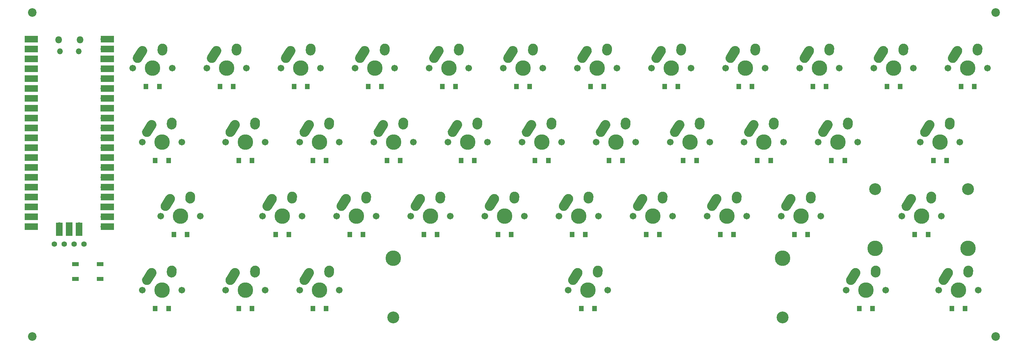
<source format=gbs>
%TF.GenerationSoftware,KiCad,Pcbnew,(5.1.10)-1*%
%TF.CreationDate,2022-03-22T21:52:09-04:00*%
%TF.ProjectId,Keeber40,4b656562-6572-4343-902e-6b696361645f,rev?*%
%TF.SameCoordinates,Original*%
%TF.FileFunction,Soldermask,Bot*%
%TF.FilePolarity,Negative*%
%FSLAX46Y46*%
G04 Gerber Fmt 4.6, Leading zero omitted, Abs format (unit mm)*
G04 Created by KiCad (PCBNEW (5.1.10)-1) date 2022-03-22 21:52:09*
%MOMM*%
%LPD*%
G01*
G04 APERTURE LIST*
%ADD10C,3.987800*%
%ADD11C,1.701800*%
%ADD12C,3.048000*%
%ADD13C,2.200000*%
%ADD14O,1.700000X1.700000*%
%ADD15R,1.700000X1.700000*%
%ADD16R,3.500000X1.700000*%
%ADD17O,1.800000X1.800000*%
%ADD18O,1.500000X1.500000*%
%ADD19R,1.700000X3.500000*%
%ADD20R,1.200000X1.400000*%
%ADD21C,1.397000*%
%ADD22R,1.700000X1.000000*%
G04 APERTURE END LIST*
D10*
%TO.C,K36*%
X259529000Y-123812000D03*
D11*
X254449000Y-123812000D03*
X264609000Y-123812000D03*
D12*
X247591000Y-116827000D03*
X271467000Y-116827000D03*
D10*
X247591000Y-132067000D03*
X271467000Y-132067000D03*
G36*
G01*
X254615299Y-120569190D02*
X255824223Y-118671560D01*
G75*
G02*
X257550087Y-118288946I1054239J-671625D01*
G01*
X257550087Y-118288946D01*
G75*
G02*
X257932701Y-120014810I-671625J-1054239D01*
G01*
X256723777Y-121912440D01*
G75*
G02*
X254997913Y-122295054I-1054239J671625D01*
G01*
X254997913Y-122295054D01*
G75*
G02*
X254615299Y-120569190I671625J1054239D01*
G01*
G37*
G36*
G01*
X260782171Y-119226309D02*
X260821619Y-118647653D01*
G75*
G02*
X262153743Y-117485567I1247105J-85019D01*
G01*
X262153743Y-117485567D01*
G75*
G02*
X263315829Y-118817691I-85019J-1247105D01*
G01*
X263276381Y-119396347D01*
G75*
G02*
X261944257Y-120558433I-1247105J85019D01*
G01*
X261944257Y-120558433D01*
G75*
G02*
X260782171Y-119226309I85019J1247105D01*
G01*
G37*
%TD*%
%TO.C,K21*%
G36*
G01*
X177447171Y-81130309D02*
X177486619Y-80551653D01*
G75*
G02*
X178818743Y-79389567I1247105J-85019D01*
G01*
X178818743Y-79389567D01*
G75*
G02*
X179980829Y-80721691I-85019J-1247105D01*
G01*
X179941381Y-81300347D01*
G75*
G02*
X178609257Y-82462433I-1247105J85019D01*
G01*
X178609257Y-82462433D01*
G75*
G02*
X177447171Y-81130309I85019J1247105D01*
G01*
G37*
G36*
G01*
X171280299Y-82473190D02*
X172489223Y-80575560D01*
G75*
G02*
X174215087Y-80192946I1054239J-671625D01*
G01*
X174215087Y-80192946D01*
G75*
G02*
X174597701Y-81918810I-671625J-1054239D01*
G01*
X173388777Y-83816440D01*
G75*
G02*
X171662913Y-84199054I-1054239J671625D01*
G01*
X171662913Y-84199054D01*
G75*
G02*
X171280299Y-82473190I671625J1054239D01*
G01*
G37*
D11*
X181274000Y-85716000D03*
X171114000Y-85716000D03*
D10*
X176194000Y-85716000D03*
%TD*%
D13*
%TO.C,M2*%
X30953000Y-71430000D03*
%TD*%
%TO.C,M2*%
X30953000Y-154765000D03*
%TD*%
%TO.C,M2*%
X278577000Y-154765000D03*
%TD*%
%TO.C,M2*%
X278577000Y-71430000D03*
%TD*%
D14*
%TO.C,PicOwo*%
X49367000Y-78253000D03*
X49367000Y-80793000D03*
D15*
X49367000Y-83333000D03*
D14*
X49367000Y-85873000D03*
X49367000Y-88413000D03*
X49367000Y-90953000D03*
X49367000Y-93493000D03*
D15*
X49367000Y-96033000D03*
D14*
X49367000Y-98573000D03*
X49367000Y-101113000D03*
X49367000Y-103653000D03*
X49367000Y-106193000D03*
D15*
X49367000Y-108733000D03*
D14*
X49367000Y-111273000D03*
X49367000Y-113813000D03*
X49367000Y-116353000D03*
X49367000Y-118893000D03*
D15*
X49367000Y-121433000D03*
D14*
X49367000Y-123973000D03*
X49367000Y-126513000D03*
X31587000Y-126513000D03*
X31587000Y-123973000D03*
D15*
X31587000Y-121433000D03*
D14*
X31587000Y-118893000D03*
X31587000Y-116353000D03*
X31587000Y-113813000D03*
X31587000Y-111273000D03*
D15*
X31587000Y-108733000D03*
D14*
X31587000Y-106193000D03*
X31587000Y-103653000D03*
X31587000Y-101113000D03*
X31587000Y-98573000D03*
D15*
X31587000Y-96033000D03*
D14*
X31587000Y-93493000D03*
X31587000Y-90953000D03*
X31587000Y-88413000D03*
X31587000Y-85873000D03*
D15*
X31587000Y-83333000D03*
D14*
X31587000Y-80793000D03*
X31587000Y-78253000D03*
D16*
X50267000Y-78253000D03*
X50267000Y-80793000D03*
X50267000Y-83333000D03*
X50267000Y-85873000D03*
X50267000Y-88413000D03*
X50267000Y-90953000D03*
X50267000Y-93493000D03*
X50267000Y-96033000D03*
X50267000Y-98573000D03*
X50267000Y-101113000D03*
X50267000Y-103653000D03*
X50267000Y-106193000D03*
X50267000Y-108733000D03*
X50267000Y-111273000D03*
X50267000Y-113813000D03*
X50267000Y-116353000D03*
X50267000Y-118893000D03*
X50267000Y-121433000D03*
X50267000Y-123973000D03*
X50267000Y-126513000D03*
X30687000Y-78253000D03*
X30687000Y-80793000D03*
X30687000Y-83333000D03*
X30687000Y-85873000D03*
X30687000Y-88413000D03*
X30687000Y-90953000D03*
X30687000Y-93493000D03*
X30687000Y-96033000D03*
X30687000Y-98573000D03*
X30687000Y-101113000D03*
X30687000Y-103653000D03*
X30687000Y-106193000D03*
X30687000Y-108733000D03*
X30687000Y-111273000D03*
X30687000Y-113813000D03*
X30687000Y-116353000D03*
X30687000Y-118893000D03*
X30687000Y-121433000D03*
X30687000Y-123973000D03*
X30687000Y-126513000D03*
D17*
X43202000Y-78383000D03*
X37752000Y-78383000D03*
D18*
X42902000Y-81413000D03*
X38052000Y-81413000D03*
D19*
X43017000Y-127183000D03*
D14*
X43017000Y-126283000D03*
D19*
X40477000Y-127183000D03*
D15*
X40477000Y-126283000D03*
D19*
X37937000Y-127183000D03*
D14*
X37937000Y-126283000D03*
%TD*%
D10*
%TO.C,K24*%
X173813000Y-142860000D03*
D11*
X168733000Y-142860000D03*
X178893000Y-142860000D03*
D12*
X223851000Y-149845000D03*
X123775000Y-149845000D03*
D10*
X223851000Y-134605000D03*
X123775000Y-134605000D03*
G36*
G01*
X168899299Y-139617190D02*
X170108223Y-137719560D01*
G75*
G02*
X171834087Y-137336946I1054239J-671625D01*
G01*
X171834087Y-137336946D01*
G75*
G02*
X172216701Y-139062810I-671625J-1054239D01*
G01*
X171007777Y-140960440D01*
G75*
G02*
X169281913Y-141343054I-1054239J671625D01*
G01*
X169281913Y-141343054D01*
G75*
G02*
X168899299Y-139617190I671625J1054239D01*
G01*
G37*
G36*
G01*
X175066171Y-138274309D02*
X175105619Y-137695653D01*
G75*
G02*
X176437743Y-136533567I1247105J-85019D01*
G01*
X176437743Y-136533567D01*
G75*
G02*
X177599829Y-137865691I-85019J-1247105D01*
G01*
X177560381Y-138444347D01*
G75*
G02*
X176228257Y-139606433I-1247105J85019D01*
G01*
X176228257Y-139606433D01*
G75*
G02*
X175066171Y-138274309I85019J1247105D01*
G01*
G37*
%TD*%
D20*
%TO.C,D1*%
X63606000Y-90478000D03*
X60206000Y-90478000D03*
%TD*%
%TO.C,D2*%
X65987000Y-109526000D03*
X62587000Y-109526000D03*
%TD*%
%TO.C,D3*%
X70749000Y-128574000D03*
X67349000Y-128574000D03*
%TD*%
%TO.C,D4*%
X62587000Y-147622000D03*
X65987000Y-147622000D03*
%TD*%
%TO.C,D5*%
X79254000Y-90478000D03*
X82654000Y-90478000D03*
%TD*%
%TO.C,D6*%
X84016000Y-109526000D03*
X87416000Y-109526000D03*
%TD*%
%TO.C,D7*%
X87416000Y-147622000D03*
X84016000Y-147622000D03*
%TD*%
%TO.C,D8*%
X101702000Y-90478000D03*
X98302000Y-90478000D03*
%TD*%
%TO.C,D9*%
X106464000Y-109526000D03*
X103064000Y-109526000D03*
%TD*%
%TO.C,D10*%
X93540000Y-128574000D03*
X96940000Y-128574000D03*
%TD*%
%TO.C,D11*%
X103064000Y-147622000D03*
X106464000Y-147622000D03*
%TD*%
%TO.C,D12*%
X117350000Y-90478000D03*
X120750000Y-90478000D03*
%TD*%
%TO.C,D13*%
X122112000Y-109526000D03*
X125512000Y-109526000D03*
%TD*%
%TO.C,D14*%
X115988000Y-128574000D03*
X112588000Y-128574000D03*
%TD*%
%TO.C,D15*%
X139798000Y-90478000D03*
X136398000Y-90478000D03*
%TD*%
%TO.C,D16*%
X144560000Y-109526000D03*
X141160000Y-109526000D03*
%TD*%
%TO.C,D17*%
X135036000Y-128574000D03*
X131636000Y-128574000D03*
%TD*%
%TO.C,D18*%
X155446000Y-90478000D03*
X158846000Y-90478000D03*
%TD*%
%TO.C,D19*%
X160208000Y-109526000D03*
X163608000Y-109526000D03*
%TD*%
%TO.C,D20*%
X150684000Y-128574000D03*
X154084000Y-128574000D03*
%TD*%
%TO.C,D21*%
X177894000Y-90478000D03*
X174494000Y-90478000D03*
%TD*%
%TO.C,D22*%
X179256000Y-109526000D03*
X182656000Y-109526000D03*
%TD*%
%TO.C,D23*%
X169732000Y-128574000D03*
X173132000Y-128574000D03*
%TD*%
%TO.C,D24*%
X175513000Y-147622000D03*
X172113000Y-147622000D03*
%TD*%
%TO.C,D25*%
X193542000Y-90478000D03*
X196942000Y-90478000D03*
%TD*%
%TO.C,D26*%
X201704000Y-109526000D03*
X198304000Y-109526000D03*
%TD*%
%TO.C,D27*%
X192180000Y-128574000D03*
X188780000Y-128574000D03*
%TD*%
%TO.C,D28*%
X215990000Y-90478000D03*
X212590000Y-90478000D03*
%TD*%
%TO.C,D29*%
X217352000Y-109526000D03*
X220752000Y-109526000D03*
%TD*%
%TO.C,D30*%
X207828000Y-128574000D03*
X211228000Y-128574000D03*
%TD*%
%TO.C,D31*%
X231638000Y-90478000D03*
X235038000Y-90478000D03*
%TD*%
%TO.C,D32*%
X239800000Y-109526000D03*
X236400000Y-109526000D03*
%TD*%
%TO.C,D33*%
X230276000Y-128574000D03*
X226876000Y-128574000D03*
%TD*%
%TO.C,D34*%
X254086000Y-90478000D03*
X250686000Y-90478000D03*
%TD*%
%TO.C,D35*%
X265991000Y-109526000D03*
X262591000Y-109526000D03*
%TD*%
%TO.C,D36*%
X257829000Y-128574000D03*
X261229000Y-128574000D03*
%TD*%
%TO.C,D37*%
X243543000Y-147622000D03*
X246943000Y-147622000D03*
%TD*%
%TO.C,D38*%
X269734000Y-90478000D03*
X273134000Y-90478000D03*
%TD*%
%TO.C,D39*%
X267353000Y-147622000D03*
X270753000Y-147622000D03*
%TD*%
D10*
%TO.C,K1*%
X61906000Y-85716000D03*
D11*
X56826000Y-85716000D03*
X66986000Y-85716000D03*
G36*
G01*
X56992299Y-82473190D02*
X58201223Y-80575560D01*
G75*
G02*
X59927087Y-80192946I1054239J-671625D01*
G01*
X59927087Y-80192946D01*
G75*
G02*
X60309701Y-81918810I-671625J-1054239D01*
G01*
X59100777Y-83816440D01*
G75*
G02*
X57374913Y-84199054I-1054239J671625D01*
G01*
X57374913Y-84199054D01*
G75*
G02*
X56992299Y-82473190I671625J1054239D01*
G01*
G37*
G36*
G01*
X63159171Y-81130309D02*
X63198619Y-80551653D01*
G75*
G02*
X64530743Y-79389567I1247105J-85019D01*
G01*
X64530743Y-79389567D01*
G75*
G02*
X65692829Y-80721691I-85019J-1247105D01*
G01*
X65653381Y-81300347D01*
G75*
G02*
X64321257Y-82462433I-1247105J85019D01*
G01*
X64321257Y-82462433D01*
G75*
G02*
X63159171Y-81130309I85019J1247105D01*
G01*
G37*
%TD*%
%TO.C,K2*%
G36*
G01*
X65540171Y-100178309D02*
X65579619Y-99599653D01*
G75*
G02*
X66911743Y-98437567I1247105J-85019D01*
G01*
X66911743Y-98437567D01*
G75*
G02*
X68073829Y-99769691I-85019J-1247105D01*
G01*
X68034381Y-100348347D01*
G75*
G02*
X66702257Y-101510433I-1247105J85019D01*
G01*
X66702257Y-101510433D01*
G75*
G02*
X65540171Y-100178309I85019J1247105D01*
G01*
G37*
G36*
G01*
X59373299Y-101521190D02*
X60582223Y-99623560D01*
G75*
G02*
X62308087Y-99240946I1054239J-671625D01*
G01*
X62308087Y-99240946D01*
G75*
G02*
X62690701Y-100966810I-671625J-1054239D01*
G01*
X61481777Y-102864440D01*
G75*
G02*
X59755913Y-103247054I-1054239J671625D01*
G01*
X59755913Y-103247054D01*
G75*
G02*
X59373299Y-101521190I671625J1054239D01*
G01*
G37*
X69367000Y-104764000D03*
X59207000Y-104764000D03*
D10*
X64287000Y-104764000D03*
%TD*%
%TO.C,K3*%
X69049000Y-123812000D03*
D11*
X63969000Y-123812000D03*
X74129000Y-123812000D03*
G36*
G01*
X64135299Y-120569190D02*
X65344223Y-118671560D01*
G75*
G02*
X67070087Y-118288946I1054239J-671625D01*
G01*
X67070087Y-118288946D01*
G75*
G02*
X67452701Y-120014810I-671625J-1054239D01*
G01*
X66243777Y-121912440D01*
G75*
G02*
X64517913Y-122295054I-1054239J671625D01*
G01*
X64517913Y-122295054D01*
G75*
G02*
X64135299Y-120569190I671625J1054239D01*
G01*
G37*
G36*
G01*
X70302171Y-119226309D02*
X70341619Y-118647653D01*
G75*
G02*
X71673743Y-117485567I1247105J-85019D01*
G01*
X71673743Y-117485567D01*
G75*
G02*
X72835829Y-118817691I-85019J-1247105D01*
G01*
X72796381Y-119396347D01*
G75*
G02*
X71464257Y-120558433I-1247105J85019D01*
G01*
X71464257Y-120558433D01*
G75*
G02*
X70302171Y-119226309I85019J1247105D01*
G01*
G37*
%TD*%
D10*
%TO.C,K4*%
X64287000Y-142860000D03*
D11*
X59207000Y-142860000D03*
X69367000Y-142860000D03*
G36*
G01*
X59373299Y-139617190D02*
X60582223Y-137719560D01*
G75*
G02*
X62308087Y-137336946I1054239J-671625D01*
G01*
X62308087Y-137336946D01*
G75*
G02*
X62690701Y-139062810I-671625J-1054239D01*
G01*
X61481777Y-140960440D01*
G75*
G02*
X59755913Y-141343054I-1054239J671625D01*
G01*
X59755913Y-141343054D01*
G75*
G02*
X59373299Y-139617190I671625J1054239D01*
G01*
G37*
G36*
G01*
X65540171Y-138274309D02*
X65579619Y-137695653D01*
G75*
G02*
X66911743Y-136533567I1247105J-85019D01*
G01*
X66911743Y-136533567D01*
G75*
G02*
X68073829Y-137865691I-85019J-1247105D01*
G01*
X68034381Y-138444347D01*
G75*
G02*
X66702257Y-139606433I-1247105J85019D01*
G01*
X66702257Y-139606433D01*
G75*
G02*
X65540171Y-138274309I85019J1247105D01*
G01*
G37*
%TD*%
D10*
%TO.C,K5*%
X80954000Y-85716000D03*
D11*
X75874000Y-85716000D03*
X86034000Y-85716000D03*
G36*
G01*
X76040299Y-82473190D02*
X77249223Y-80575560D01*
G75*
G02*
X78975087Y-80192946I1054239J-671625D01*
G01*
X78975087Y-80192946D01*
G75*
G02*
X79357701Y-81918810I-671625J-1054239D01*
G01*
X78148777Y-83816440D01*
G75*
G02*
X76422913Y-84199054I-1054239J671625D01*
G01*
X76422913Y-84199054D01*
G75*
G02*
X76040299Y-82473190I671625J1054239D01*
G01*
G37*
G36*
G01*
X82207171Y-81130309D02*
X82246619Y-80551653D01*
G75*
G02*
X83578743Y-79389567I1247105J-85019D01*
G01*
X83578743Y-79389567D01*
G75*
G02*
X84740829Y-80721691I-85019J-1247105D01*
G01*
X84701381Y-81300347D01*
G75*
G02*
X83369257Y-82462433I-1247105J85019D01*
G01*
X83369257Y-82462433D01*
G75*
G02*
X82207171Y-81130309I85019J1247105D01*
G01*
G37*
%TD*%
D10*
%TO.C,K6*%
X85716000Y-104764000D03*
D11*
X80636000Y-104764000D03*
X90796000Y-104764000D03*
G36*
G01*
X80802299Y-101521190D02*
X82011223Y-99623560D01*
G75*
G02*
X83737087Y-99240946I1054239J-671625D01*
G01*
X83737087Y-99240946D01*
G75*
G02*
X84119701Y-100966810I-671625J-1054239D01*
G01*
X82910777Y-102864440D01*
G75*
G02*
X81184913Y-103247054I-1054239J671625D01*
G01*
X81184913Y-103247054D01*
G75*
G02*
X80802299Y-101521190I671625J1054239D01*
G01*
G37*
G36*
G01*
X86969171Y-100178309D02*
X87008619Y-99599653D01*
G75*
G02*
X88340743Y-98437567I1247105J-85019D01*
G01*
X88340743Y-98437567D01*
G75*
G02*
X89502829Y-99769691I-85019J-1247105D01*
G01*
X89463381Y-100348347D01*
G75*
G02*
X88131257Y-101510433I-1247105J85019D01*
G01*
X88131257Y-101510433D01*
G75*
G02*
X86969171Y-100178309I85019J1247105D01*
G01*
G37*
%TD*%
%TO.C,K7*%
G36*
G01*
X86969171Y-138274309D02*
X87008619Y-137695653D01*
G75*
G02*
X88340743Y-136533567I1247105J-85019D01*
G01*
X88340743Y-136533567D01*
G75*
G02*
X89502829Y-137865691I-85019J-1247105D01*
G01*
X89463381Y-138444347D01*
G75*
G02*
X88131257Y-139606433I-1247105J85019D01*
G01*
X88131257Y-139606433D01*
G75*
G02*
X86969171Y-138274309I85019J1247105D01*
G01*
G37*
G36*
G01*
X80802299Y-139617190D02*
X82011223Y-137719560D01*
G75*
G02*
X83737087Y-137336946I1054239J-671625D01*
G01*
X83737087Y-137336946D01*
G75*
G02*
X84119701Y-139062810I-671625J-1054239D01*
G01*
X82910777Y-140960440D01*
G75*
G02*
X81184913Y-141343054I-1054239J671625D01*
G01*
X81184913Y-141343054D01*
G75*
G02*
X80802299Y-139617190I671625J1054239D01*
G01*
G37*
X90796000Y-142860000D03*
X80636000Y-142860000D03*
D10*
X85716000Y-142860000D03*
%TD*%
%TO.C,K8*%
G36*
G01*
X101255171Y-81130309D02*
X101294619Y-80551653D01*
G75*
G02*
X102626743Y-79389567I1247105J-85019D01*
G01*
X102626743Y-79389567D01*
G75*
G02*
X103788829Y-80721691I-85019J-1247105D01*
G01*
X103749381Y-81300347D01*
G75*
G02*
X102417257Y-82462433I-1247105J85019D01*
G01*
X102417257Y-82462433D01*
G75*
G02*
X101255171Y-81130309I85019J1247105D01*
G01*
G37*
G36*
G01*
X95088299Y-82473190D02*
X96297223Y-80575560D01*
G75*
G02*
X98023087Y-80192946I1054239J-671625D01*
G01*
X98023087Y-80192946D01*
G75*
G02*
X98405701Y-81918810I-671625J-1054239D01*
G01*
X97196777Y-83816440D01*
G75*
G02*
X95470913Y-84199054I-1054239J671625D01*
G01*
X95470913Y-84199054D01*
G75*
G02*
X95088299Y-82473190I671625J1054239D01*
G01*
G37*
D11*
X105082000Y-85716000D03*
X94922000Y-85716000D03*
D10*
X100002000Y-85716000D03*
%TD*%
%TO.C,K9*%
G36*
G01*
X106017171Y-100178309D02*
X106056619Y-99599653D01*
G75*
G02*
X107388743Y-98437567I1247105J-85019D01*
G01*
X107388743Y-98437567D01*
G75*
G02*
X108550829Y-99769691I-85019J-1247105D01*
G01*
X108511381Y-100348347D01*
G75*
G02*
X107179257Y-101510433I-1247105J85019D01*
G01*
X107179257Y-101510433D01*
G75*
G02*
X106017171Y-100178309I85019J1247105D01*
G01*
G37*
G36*
G01*
X99850299Y-101521190D02*
X101059223Y-99623560D01*
G75*
G02*
X102785087Y-99240946I1054239J-671625D01*
G01*
X102785087Y-99240946D01*
G75*
G02*
X103167701Y-100966810I-671625J-1054239D01*
G01*
X101958777Y-102864440D01*
G75*
G02*
X100232913Y-103247054I-1054239J671625D01*
G01*
X100232913Y-103247054D01*
G75*
G02*
X99850299Y-101521190I671625J1054239D01*
G01*
G37*
D11*
X109844000Y-104764000D03*
X99684000Y-104764000D03*
D10*
X104764000Y-104764000D03*
%TD*%
%TO.C,K10*%
G36*
G01*
X96493171Y-119226309D02*
X96532619Y-118647653D01*
G75*
G02*
X97864743Y-117485567I1247105J-85019D01*
G01*
X97864743Y-117485567D01*
G75*
G02*
X99026829Y-118817691I-85019J-1247105D01*
G01*
X98987381Y-119396347D01*
G75*
G02*
X97655257Y-120558433I-1247105J85019D01*
G01*
X97655257Y-120558433D01*
G75*
G02*
X96493171Y-119226309I85019J1247105D01*
G01*
G37*
G36*
G01*
X90326299Y-120569190D02*
X91535223Y-118671560D01*
G75*
G02*
X93261087Y-118288946I1054239J-671625D01*
G01*
X93261087Y-118288946D01*
G75*
G02*
X93643701Y-120014810I-671625J-1054239D01*
G01*
X92434777Y-121912440D01*
G75*
G02*
X90708913Y-122295054I-1054239J671625D01*
G01*
X90708913Y-122295054D01*
G75*
G02*
X90326299Y-120569190I671625J1054239D01*
G01*
G37*
D11*
X100320000Y-123812000D03*
X90160000Y-123812000D03*
D10*
X95240000Y-123812000D03*
%TD*%
%TO.C,K11*%
G36*
G01*
X106017171Y-138274309D02*
X106056619Y-137695653D01*
G75*
G02*
X107388743Y-136533567I1247105J-85019D01*
G01*
X107388743Y-136533567D01*
G75*
G02*
X108550829Y-137865691I-85019J-1247105D01*
G01*
X108511381Y-138444347D01*
G75*
G02*
X107179257Y-139606433I-1247105J85019D01*
G01*
X107179257Y-139606433D01*
G75*
G02*
X106017171Y-138274309I85019J1247105D01*
G01*
G37*
G36*
G01*
X99850299Y-139617190D02*
X101059223Y-137719560D01*
G75*
G02*
X102785087Y-137336946I1054239J-671625D01*
G01*
X102785087Y-137336946D01*
G75*
G02*
X103167701Y-139062810I-671625J-1054239D01*
G01*
X101958777Y-140960440D01*
G75*
G02*
X100232913Y-141343054I-1054239J671625D01*
G01*
X100232913Y-141343054D01*
G75*
G02*
X99850299Y-139617190I671625J1054239D01*
G01*
G37*
D11*
X109844000Y-142860000D03*
X99684000Y-142860000D03*
D10*
X104764000Y-142860000D03*
%TD*%
%TO.C,K12*%
X119050000Y-85716000D03*
D11*
X113970000Y-85716000D03*
X124130000Y-85716000D03*
G36*
G01*
X114136299Y-82473190D02*
X115345223Y-80575560D01*
G75*
G02*
X117071087Y-80192946I1054239J-671625D01*
G01*
X117071087Y-80192946D01*
G75*
G02*
X117453701Y-81918810I-671625J-1054239D01*
G01*
X116244777Y-83816440D01*
G75*
G02*
X114518913Y-84199054I-1054239J671625D01*
G01*
X114518913Y-84199054D01*
G75*
G02*
X114136299Y-82473190I671625J1054239D01*
G01*
G37*
G36*
G01*
X120303171Y-81130309D02*
X120342619Y-80551653D01*
G75*
G02*
X121674743Y-79389567I1247105J-85019D01*
G01*
X121674743Y-79389567D01*
G75*
G02*
X122836829Y-80721691I-85019J-1247105D01*
G01*
X122797381Y-81300347D01*
G75*
G02*
X121465257Y-82462433I-1247105J85019D01*
G01*
X121465257Y-82462433D01*
G75*
G02*
X120303171Y-81130309I85019J1247105D01*
G01*
G37*
%TD*%
D10*
%TO.C,K13*%
X123812000Y-104764000D03*
D11*
X118732000Y-104764000D03*
X128892000Y-104764000D03*
G36*
G01*
X118898299Y-101521190D02*
X120107223Y-99623560D01*
G75*
G02*
X121833087Y-99240946I1054239J-671625D01*
G01*
X121833087Y-99240946D01*
G75*
G02*
X122215701Y-100966810I-671625J-1054239D01*
G01*
X121006777Y-102864440D01*
G75*
G02*
X119280913Y-103247054I-1054239J671625D01*
G01*
X119280913Y-103247054D01*
G75*
G02*
X118898299Y-101521190I671625J1054239D01*
G01*
G37*
G36*
G01*
X125065171Y-100178309D02*
X125104619Y-99599653D01*
G75*
G02*
X126436743Y-98437567I1247105J-85019D01*
G01*
X126436743Y-98437567D01*
G75*
G02*
X127598829Y-99769691I-85019J-1247105D01*
G01*
X127559381Y-100348347D01*
G75*
G02*
X126227257Y-101510433I-1247105J85019D01*
G01*
X126227257Y-101510433D01*
G75*
G02*
X125065171Y-100178309I85019J1247105D01*
G01*
G37*
%TD*%
D10*
%TO.C,K14*%
X114288000Y-123812000D03*
D11*
X109208000Y-123812000D03*
X119368000Y-123812000D03*
G36*
G01*
X109374299Y-120569190D02*
X110583223Y-118671560D01*
G75*
G02*
X112309087Y-118288946I1054239J-671625D01*
G01*
X112309087Y-118288946D01*
G75*
G02*
X112691701Y-120014810I-671625J-1054239D01*
G01*
X111482777Y-121912440D01*
G75*
G02*
X109756913Y-122295054I-1054239J671625D01*
G01*
X109756913Y-122295054D01*
G75*
G02*
X109374299Y-120569190I671625J1054239D01*
G01*
G37*
G36*
G01*
X115541171Y-119226309D02*
X115580619Y-118647653D01*
G75*
G02*
X116912743Y-117485567I1247105J-85019D01*
G01*
X116912743Y-117485567D01*
G75*
G02*
X118074829Y-118817691I-85019J-1247105D01*
G01*
X118035381Y-119396347D01*
G75*
G02*
X116703257Y-120558433I-1247105J85019D01*
G01*
X116703257Y-120558433D01*
G75*
G02*
X115541171Y-119226309I85019J1247105D01*
G01*
G37*
%TD*%
%TO.C,K15*%
G36*
G01*
X139351171Y-81130309D02*
X139390619Y-80551653D01*
G75*
G02*
X140722743Y-79389567I1247105J-85019D01*
G01*
X140722743Y-79389567D01*
G75*
G02*
X141884829Y-80721691I-85019J-1247105D01*
G01*
X141845381Y-81300347D01*
G75*
G02*
X140513257Y-82462433I-1247105J85019D01*
G01*
X140513257Y-82462433D01*
G75*
G02*
X139351171Y-81130309I85019J1247105D01*
G01*
G37*
G36*
G01*
X133184299Y-82473190D02*
X134393223Y-80575560D01*
G75*
G02*
X136119087Y-80192946I1054239J-671625D01*
G01*
X136119087Y-80192946D01*
G75*
G02*
X136501701Y-81918810I-671625J-1054239D01*
G01*
X135292777Y-83816440D01*
G75*
G02*
X133566913Y-84199054I-1054239J671625D01*
G01*
X133566913Y-84199054D01*
G75*
G02*
X133184299Y-82473190I671625J1054239D01*
G01*
G37*
X143178000Y-85716000D03*
X133018000Y-85716000D03*
D10*
X138098000Y-85716000D03*
%TD*%
%TO.C,K16*%
G36*
G01*
X144113171Y-100178309D02*
X144152619Y-99599653D01*
G75*
G02*
X145484743Y-98437567I1247105J-85019D01*
G01*
X145484743Y-98437567D01*
G75*
G02*
X146646829Y-99769691I-85019J-1247105D01*
G01*
X146607381Y-100348347D01*
G75*
G02*
X145275257Y-101510433I-1247105J85019D01*
G01*
X145275257Y-101510433D01*
G75*
G02*
X144113171Y-100178309I85019J1247105D01*
G01*
G37*
G36*
G01*
X137946299Y-101521190D02*
X139155223Y-99623560D01*
G75*
G02*
X140881087Y-99240946I1054239J-671625D01*
G01*
X140881087Y-99240946D01*
G75*
G02*
X141263701Y-100966810I-671625J-1054239D01*
G01*
X140054777Y-102864440D01*
G75*
G02*
X138328913Y-103247054I-1054239J671625D01*
G01*
X138328913Y-103247054D01*
G75*
G02*
X137946299Y-101521190I671625J1054239D01*
G01*
G37*
D11*
X147940000Y-104764000D03*
X137780000Y-104764000D03*
D10*
X142860000Y-104764000D03*
%TD*%
%TO.C,K17*%
G36*
G01*
X134589171Y-119226309D02*
X134628619Y-118647653D01*
G75*
G02*
X135960743Y-117485567I1247105J-85019D01*
G01*
X135960743Y-117485567D01*
G75*
G02*
X137122829Y-118817691I-85019J-1247105D01*
G01*
X137083381Y-119396347D01*
G75*
G02*
X135751257Y-120558433I-1247105J85019D01*
G01*
X135751257Y-120558433D01*
G75*
G02*
X134589171Y-119226309I85019J1247105D01*
G01*
G37*
G36*
G01*
X128422299Y-120569190D02*
X129631223Y-118671560D01*
G75*
G02*
X131357087Y-118288946I1054239J-671625D01*
G01*
X131357087Y-118288946D01*
G75*
G02*
X131739701Y-120014810I-671625J-1054239D01*
G01*
X130530777Y-121912440D01*
G75*
G02*
X128804913Y-122295054I-1054239J671625D01*
G01*
X128804913Y-122295054D01*
G75*
G02*
X128422299Y-120569190I671625J1054239D01*
G01*
G37*
D11*
X138416000Y-123812000D03*
X128256000Y-123812000D03*
D10*
X133336000Y-123812000D03*
%TD*%
%TO.C,K18*%
X157146000Y-85716000D03*
D11*
X152066000Y-85716000D03*
X162226000Y-85716000D03*
G36*
G01*
X152232299Y-82473190D02*
X153441223Y-80575560D01*
G75*
G02*
X155167087Y-80192946I1054239J-671625D01*
G01*
X155167087Y-80192946D01*
G75*
G02*
X155549701Y-81918810I-671625J-1054239D01*
G01*
X154340777Y-83816440D01*
G75*
G02*
X152614913Y-84199054I-1054239J671625D01*
G01*
X152614913Y-84199054D01*
G75*
G02*
X152232299Y-82473190I671625J1054239D01*
G01*
G37*
G36*
G01*
X158399171Y-81130309D02*
X158438619Y-80551653D01*
G75*
G02*
X159770743Y-79389567I1247105J-85019D01*
G01*
X159770743Y-79389567D01*
G75*
G02*
X160932829Y-80721691I-85019J-1247105D01*
G01*
X160893381Y-81300347D01*
G75*
G02*
X159561257Y-82462433I-1247105J85019D01*
G01*
X159561257Y-82462433D01*
G75*
G02*
X158399171Y-81130309I85019J1247105D01*
G01*
G37*
%TD*%
D10*
%TO.C,K19*%
X161908000Y-104764000D03*
D11*
X156828000Y-104764000D03*
X166988000Y-104764000D03*
G36*
G01*
X156994299Y-101521190D02*
X158203223Y-99623560D01*
G75*
G02*
X159929087Y-99240946I1054239J-671625D01*
G01*
X159929087Y-99240946D01*
G75*
G02*
X160311701Y-100966810I-671625J-1054239D01*
G01*
X159102777Y-102864440D01*
G75*
G02*
X157376913Y-103247054I-1054239J671625D01*
G01*
X157376913Y-103247054D01*
G75*
G02*
X156994299Y-101521190I671625J1054239D01*
G01*
G37*
G36*
G01*
X163161171Y-100178309D02*
X163200619Y-99599653D01*
G75*
G02*
X164532743Y-98437567I1247105J-85019D01*
G01*
X164532743Y-98437567D01*
G75*
G02*
X165694829Y-99769691I-85019J-1247105D01*
G01*
X165655381Y-100348347D01*
G75*
G02*
X164323257Y-101510433I-1247105J85019D01*
G01*
X164323257Y-101510433D01*
G75*
G02*
X163161171Y-100178309I85019J1247105D01*
G01*
G37*
%TD*%
D10*
%TO.C,K20*%
X152384000Y-123812000D03*
D11*
X147304000Y-123812000D03*
X157464000Y-123812000D03*
G36*
G01*
X147470299Y-120569190D02*
X148679223Y-118671560D01*
G75*
G02*
X150405087Y-118288946I1054239J-671625D01*
G01*
X150405087Y-118288946D01*
G75*
G02*
X150787701Y-120014810I-671625J-1054239D01*
G01*
X149578777Y-121912440D01*
G75*
G02*
X147852913Y-122295054I-1054239J671625D01*
G01*
X147852913Y-122295054D01*
G75*
G02*
X147470299Y-120569190I671625J1054239D01*
G01*
G37*
G36*
G01*
X153637171Y-119226309D02*
X153676619Y-118647653D01*
G75*
G02*
X155008743Y-117485567I1247105J-85019D01*
G01*
X155008743Y-117485567D01*
G75*
G02*
X156170829Y-118817691I-85019J-1247105D01*
G01*
X156131381Y-119396347D01*
G75*
G02*
X154799257Y-120558433I-1247105J85019D01*
G01*
X154799257Y-120558433D01*
G75*
G02*
X153637171Y-119226309I85019J1247105D01*
G01*
G37*
%TD*%
%TO.C,K22*%
G36*
G01*
X182209171Y-100178309D02*
X182248619Y-99599653D01*
G75*
G02*
X183580743Y-98437567I1247105J-85019D01*
G01*
X183580743Y-98437567D01*
G75*
G02*
X184742829Y-99769691I-85019J-1247105D01*
G01*
X184703381Y-100348347D01*
G75*
G02*
X183371257Y-101510433I-1247105J85019D01*
G01*
X183371257Y-101510433D01*
G75*
G02*
X182209171Y-100178309I85019J1247105D01*
G01*
G37*
G36*
G01*
X176042299Y-101521190D02*
X177251223Y-99623560D01*
G75*
G02*
X178977087Y-99240946I1054239J-671625D01*
G01*
X178977087Y-99240946D01*
G75*
G02*
X179359701Y-100966810I-671625J-1054239D01*
G01*
X178150777Y-102864440D01*
G75*
G02*
X176424913Y-103247054I-1054239J671625D01*
G01*
X176424913Y-103247054D01*
G75*
G02*
X176042299Y-101521190I671625J1054239D01*
G01*
G37*
X186036000Y-104764000D03*
X175876000Y-104764000D03*
D10*
X180956000Y-104764000D03*
%TD*%
%TO.C,K23*%
X171432000Y-123812000D03*
D11*
X166352000Y-123812000D03*
X176512000Y-123812000D03*
G36*
G01*
X166518299Y-120569190D02*
X167727223Y-118671560D01*
G75*
G02*
X169453087Y-118288946I1054239J-671625D01*
G01*
X169453087Y-118288946D01*
G75*
G02*
X169835701Y-120014810I-671625J-1054239D01*
G01*
X168626777Y-121912440D01*
G75*
G02*
X166900913Y-122295054I-1054239J671625D01*
G01*
X166900913Y-122295054D01*
G75*
G02*
X166518299Y-120569190I671625J1054239D01*
G01*
G37*
G36*
G01*
X172685171Y-119226309D02*
X172724619Y-118647653D01*
G75*
G02*
X174056743Y-117485567I1247105J-85019D01*
G01*
X174056743Y-117485567D01*
G75*
G02*
X175218829Y-118817691I-85019J-1247105D01*
G01*
X175179381Y-119396347D01*
G75*
G02*
X173847257Y-120558433I-1247105J85019D01*
G01*
X173847257Y-120558433D01*
G75*
G02*
X172685171Y-119226309I85019J1247105D01*
G01*
G37*
%TD*%
D10*
%TO.C,K25*%
X195242000Y-85716000D03*
D11*
X190162000Y-85716000D03*
X200322000Y-85716000D03*
G36*
G01*
X190328299Y-82473190D02*
X191537223Y-80575560D01*
G75*
G02*
X193263087Y-80192946I1054239J-671625D01*
G01*
X193263087Y-80192946D01*
G75*
G02*
X193645701Y-81918810I-671625J-1054239D01*
G01*
X192436777Y-83816440D01*
G75*
G02*
X190710913Y-84199054I-1054239J671625D01*
G01*
X190710913Y-84199054D01*
G75*
G02*
X190328299Y-82473190I671625J1054239D01*
G01*
G37*
G36*
G01*
X196495171Y-81130309D02*
X196534619Y-80551653D01*
G75*
G02*
X197866743Y-79389567I1247105J-85019D01*
G01*
X197866743Y-79389567D01*
G75*
G02*
X199028829Y-80721691I-85019J-1247105D01*
G01*
X198989381Y-81300347D01*
G75*
G02*
X197657257Y-82462433I-1247105J85019D01*
G01*
X197657257Y-82462433D01*
G75*
G02*
X196495171Y-81130309I85019J1247105D01*
G01*
G37*
%TD*%
D10*
%TO.C,K26*%
X200004000Y-104764000D03*
D11*
X194924000Y-104764000D03*
X205084000Y-104764000D03*
G36*
G01*
X195090299Y-101521190D02*
X196299223Y-99623560D01*
G75*
G02*
X198025087Y-99240946I1054239J-671625D01*
G01*
X198025087Y-99240946D01*
G75*
G02*
X198407701Y-100966810I-671625J-1054239D01*
G01*
X197198777Y-102864440D01*
G75*
G02*
X195472913Y-103247054I-1054239J671625D01*
G01*
X195472913Y-103247054D01*
G75*
G02*
X195090299Y-101521190I671625J1054239D01*
G01*
G37*
G36*
G01*
X201257171Y-100178309D02*
X201296619Y-99599653D01*
G75*
G02*
X202628743Y-98437567I1247105J-85019D01*
G01*
X202628743Y-98437567D01*
G75*
G02*
X203790829Y-99769691I-85019J-1247105D01*
G01*
X203751381Y-100348347D01*
G75*
G02*
X202419257Y-101510433I-1247105J85019D01*
G01*
X202419257Y-101510433D01*
G75*
G02*
X201257171Y-100178309I85019J1247105D01*
G01*
G37*
%TD*%
%TO.C,K27*%
G36*
G01*
X191733171Y-119226309D02*
X191772619Y-118647653D01*
G75*
G02*
X193104743Y-117485567I1247105J-85019D01*
G01*
X193104743Y-117485567D01*
G75*
G02*
X194266829Y-118817691I-85019J-1247105D01*
G01*
X194227381Y-119396347D01*
G75*
G02*
X192895257Y-120558433I-1247105J85019D01*
G01*
X192895257Y-120558433D01*
G75*
G02*
X191733171Y-119226309I85019J1247105D01*
G01*
G37*
G36*
G01*
X185566299Y-120569190D02*
X186775223Y-118671560D01*
G75*
G02*
X188501087Y-118288946I1054239J-671625D01*
G01*
X188501087Y-118288946D01*
G75*
G02*
X188883701Y-120014810I-671625J-1054239D01*
G01*
X187674777Y-121912440D01*
G75*
G02*
X185948913Y-122295054I-1054239J671625D01*
G01*
X185948913Y-122295054D01*
G75*
G02*
X185566299Y-120569190I671625J1054239D01*
G01*
G37*
X195560000Y-123812000D03*
X185400000Y-123812000D03*
D10*
X190480000Y-123812000D03*
%TD*%
%TO.C,K28*%
G36*
G01*
X215543171Y-81130309D02*
X215582619Y-80551653D01*
G75*
G02*
X216914743Y-79389567I1247105J-85019D01*
G01*
X216914743Y-79389567D01*
G75*
G02*
X218076829Y-80721691I-85019J-1247105D01*
G01*
X218037381Y-81300347D01*
G75*
G02*
X216705257Y-82462433I-1247105J85019D01*
G01*
X216705257Y-82462433D01*
G75*
G02*
X215543171Y-81130309I85019J1247105D01*
G01*
G37*
G36*
G01*
X209376299Y-82473190D02*
X210585223Y-80575560D01*
G75*
G02*
X212311087Y-80192946I1054239J-671625D01*
G01*
X212311087Y-80192946D01*
G75*
G02*
X212693701Y-81918810I-671625J-1054239D01*
G01*
X211484777Y-83816440D01*
G75*
G02*
X209758913Y-84199054I-1054239J671625D01*
G01*
X209758913Y-84199054D01*
G75*
G02*
X209376299Y-82473190I671625J1054239D01*
G01*
G37*
D11*
X219370000Y-85716000D03*
X209210000Y-85716000D03*
D10*
X214290000Y-85716000D03*
%TD*%
%TO.C,K29*%
G36*
G01*
X220305171Y-100178309D02*
X220344619Y-99599653D01*
G75*
G02*
X221676743Y-98437567I1247105J-85019D01*
G01*
X221676743Y-98437567D01*
G75*
G02*
X222838829Y-99769691I-85019J-1247105D01*
G01*
X222799381Y-100348347D01*
G75*
G02*
X221467257Y-101510433I-1247105J85019D01*
G01*
X221467257Y-101510433D01*
G75*
G02*
X220305171Y-100178309I85019J1247105D01*
G01*
G37*
G36*
G01*
X214138299Y-101521190D02*
X215347223Y-99623560D01*
G75*
G02*
X217073087Y-99240946I1054239J-671625D01*
G01*
X217073087Y-99240946D01*
G75*
G02*
X217455701Y-100966810I-671625J-1054239D01*
G01*
X216246777Y-102864440D01*
G75*
G02*
X214520913Y-103247054I-1054239J671625D01*
G01*
X214520913Y-103247054D01*
G75*
G02*
X214138299Y-101521190I671625J1054239D01*
G01*
G37*
D11*
X224132000Y-104764000D03*
X213972000Y-104764000D03*
D10*
X219052000Y-104764000D03*
%TD*%
%TO.C,K30*%
X209528000Y-123812000D03*
D11*
X204448000Y-123812000D03*
X214608000Y-123812000D03*
G36*
G01*
X204614299Y-120569190D02*
X205823223Y-118671560D01*
G75*
G02*
X207549087Y-118288946I1054239J-671625D01*
G01*
X207549087Y-118288946D01*
G75*
G02*
X207931701Y-120014810I-671625J-1054239D01*
G01*
X206722777Y-121912440D01*
G75*
G02*
X204996913Y-122295054I-1054239J671625D01*
G01*
X204996913Y-122295054D01*
G75*
G02*
X204614299Y-120569190I671625J1054239D01*
G01*
G37*
G36*
G01*
X210781171Y-119226309D02*
X210820619Y-118647653D01*
G75*
G02*
X212152743Y-117485567I1247105J-85019D01*
G01*
X212152743Y-117485567D01*
G75*
G02*
X213314829Y-118817691I-85019J-1247105D01*
G01*
X213275381Y-119396347D01*
G75*
G02*
X211943257Y-120558433I-1247105J85019D01*
G01*
X211943257Y-120558433D01*
G75*
G02*
X210781171Y-119226309I85019J1247105D01*
G01*
G37*
%TD*%
D10*
%TO.C,K31*%
X233338000Y-85716000D03*
D11*
X228258000Y-85716000D03*
X238418000Y-85716000D03*
G36*
G01*
X228424299Y-82473190D02*
X229633223Y-80575560D01*
G75*
G02*
X231359087Y-80192946I1054239J-671625D01*
G01*
X231359087Y-80192946D01*
G75*
G02*
X231741701Y-81918810I-671625J-1054239D01*
G01*
X230532777Y-83816440D01*
G75*
G02*
X228806913Y-84199054I-1054239J671625D01*
G01*
X228806913Y-84199054D01*
G75*
G02*
X228424299Y-82473190I671625J1054239D01*
G01*
G37*
G36*
G01*
X234591171Y-81130309D02*
X234630619Y-80551653D01*
G75*
G02*
X235962743Y-79389567I1247105J-85019D01*
G01*
X235962743Y-79389567D01*
G75*
G02*
X237124829Y-80721691I-85019J-1247105D01*
G01*
X237085381Y-81300347D01*
G75*
G02*
X235753257Y-82462433I-1247105J85019D01*
G01*
X235753257Y-82462433D01*
G75*
G02*
X234591171Y-81130309I85019J1247105D01*
G01*
G37*
%TD*%
D10*
%TO.C,K32*%
X238100000Y-104764000D03*
D11*
X233020000Y-104764000D03*
X243180000Y-104764000D03*
G36*
G01*
X233186299Y-101521190D02*
X234395223Y-99623560D01*
G75*
G02*
X236121087Y-99240946I1054239J-671625D01*
G01*
X236121087Y-99240946D01*
G75*
G02*
X236503701Y-100966810I-671625J-1054239D01*
G01*
X235294777Y-102864440D01*
G75*
G02*
X233568913Y-103247054I-1054239J671625D01*
G01*
X233568913Y-103247054D01*
G75*
G02*
X233186299Y-101521190I671625J1054239D01*
G01*
G37*
G36*
G01*
X239353171Y-100178309D02*
X239392619Y-99599653D01*
G75*
G02*
X240724743Y-98437567I1247105J-85019D01*
G01*
X240724743Y-98437567D01*
G75*
G02*
X241886829Y-99769691I-85019J-1247105D01*
G01*
X241847381Y-100348347D01*
G75*
G02*
X240515257Y-101510433I-1247105J85019D01*
G01*
X240515257Y-101510433D01*
G75*
G02*
X239353171Y-100178309I85019J1247105D01*
G01*
G37*
%TD*%
%TO.C,K33*%
G36*
G01*
X229829171Y-119226309D02*
X229868619Y-118647653D01*
G75*
G02*
X231200743Y-117485567I1247105J-85019D01*
G01*
X231200743Y-117485567D01*
G75*
G02*
X232362829Y-118817691I-85019J-1247105D01*
G01*
X232323381Y-119396347D01*
G75*
G02*
X230991257Y-120558433I-1247105J85019D01*
G01*
X230991257Y-120558433D01*
G75*
G02*
X229829171Y-119226309I85019J1247105D01*
G01*
G37*
G36*
G01*
X223662299Y-120569190D02*
X224871223Y-118671560D01*
G75*
G02*
X226597087Y-118288946I1054239J-671625D01*
G01*
X226597087Y-118288946D01*
G75*
G02*
X226979701Y-120014810I-671625J-1054239D01*
G01*
X225770777Y-121912440D01*
G75*
G02*
X224044913Y-122295054I-1054239J671625D01*
G01*
X224044913Y-122295054D01*
G75*
G02*
X223662299Y-120569190I671625J1054239D01*
G01*
G37*
X233656000Y-123812000D03*
X223496000Y-123812000D03*
D10*
X228576000Y-123812000D03*
%TD*%
%TO.C,K34*%
G36*
G01*
X253639171Y-81130309D02*
X253678619Y-80551653D01*
G75*
G02*
X255010743Y-79389567I1247105J-85019D01*
G01*
X255010743Y-79389567D01*
G75*
G02*
X256172829Y-80721691I-85019J-1247105D01*
G01*
X256133381Y-81300347D01*
G75*
G02*
X254801257Y-82462433I-1247105J85019D01*
G01*
X254801257Y-82462433D01*
G75*
G02*
X253639171Y-81130309I85019J1247105D01*
G01*
G37*
G36*
G01*
X247472299Y-82473190D02*
X248681223Y-80575560D01*
G75*
G02*
X250407087Y-80192946I1054239J-671625D01*
G01*
X250407087Y-80192946D01*
G75*
G02*
X250789701Y-81918810I-671625J-1054239D01*
G01*
X249580777Y-83816440D01*
G75*
G02*
X247854913Y-84199054I-1054239J671625D01*
G01*
X247854913Y-84199054D01*
G75*
G02*
X247472299Y-82473190I671625J1054239D01*
G01*
G37*
D11*
X257466000Y-85716000D03*
X247306000Y-85716000D03*
D10*
X252386000Y-85716000D03*
%TD*%
%TO.C,K35*%
G36*
G01*
X265544171Y-100178309D02*
X265583619Y-99599653D01*
G75*
G02*
X266915743Y-98437567I1247105J-85019D01*
G01*
X266915743Y-98437567D01*
G75*
G02*
X268077829Y-99769691I-85019J-1247105D01*
G01*
X268038381Y-100348347D01*
G75*
G02*
X266706257Y-101510433I-1247105J85019D01*
G01*
X266706257Y-101510433D01*
G75*
G02*
X265544171Y-100178309I85019J1247105D01*
G01*
G37*
G36*
G01*
X259377299Y-101521190D02*
X260586223Y-99623560D01*
G75*
G02*
X262312087Y-99240946I1054239J-671625D01*
G01*
X262312087Y-99240946D01*
G75*
G02*
X262694701Y-100966810I-671625J-1054239D01*
G01*
X261485777Y-102864440D01*
G75*
G02*
X259759913Y-103247054I-1054239J671625D01*
G01*
X259759913Y-103247054D01*
G75*
G02*
X259377299Y-101521190I671625J1054239D01*
G01*
G37*
D11*
X269371000Y-104764000D03*
X259211000Y-104764000D03*
D10*
X264291000Y-104764000D03*
%TD*%
%TO.C,K37*%
G36*
G01*
X246496171Y-138274309D02*
X246535619Y-137695653D01*
G75*
G02*
X247867743Y-136533567I1247105J-85019D01*
G01*
X247867743Y-136533567D01*
G75*
G02*
X249029829Y-137865691I-85019J-1247105D01*
G01*
X248990381Y-138444347D01*
G75*
G02*
X247658257Y-139606433I-1247105J85019D01*
G01*
X247658257Y-139606433D01*
G75*
G02*
X246496171Y-138274309I85019J1247105D01*
G01*
G37*
G36*
G01*
X240329299Y-139617190D02*
X241538223Y-137719560D01*
G75*
G02*
X243264087Y-137336946I1054239J-671625D01*
G01*
X243264087Y-137336946D01*
G75*
G02*
X243646701Y-139062810I-671625J-1054239D01*
G01*
X242437777Y-140960440D01*
G75*
G02*
X240711913Y-141343054I-1054239J671625D01*
G01*
X240711913Y-141343054D01*
G75*
G02*
X240329299Y-139617190I671625J1054239D01*
G01*
G37*
D11*
X250323000Y-142860000D03*
X240163000Y-142860000D03*
D10*
X245243000Y-142860000D03*
%TD*%
%TO.C,K38*%
X271434000Y-85716000D03*
D11*
X266354000Y-85716000D03*
X276514000Y-85716000D03*
G36*
G01*
X266520299Y-82473190D02*
X267729223Y-80575560D01*
G75*
G02*
X269455087Y-80192946I1054239J-671625D01*
G01*
X269455087Y-80192946D01*
G75*
G02*
X269837701Y-81918810I-671625J-1054239D01*
G01*
X268628777Y-83816440D01*
G75*
G02*
X266902913Y-84199054I-1054239J671625D01*
G01*
X266902913Y-84199054D01*
G75*
G02*
X266520299Y-82473190I671625J1054239D01*
G01*
G37*
G36*
G01*
X272687171Y-81130309D02*
X272726619Y-80551653D01*
G75*
G02*
X274058743Y-79389567I1247105J-85019D01*
G01*
X274058743Y-79389567D01*
G75*
G02*
X275220829Y-80721691I-85019J-1247105D01*
G01*
X275181381Y-81300347D01*
G75*
G02*
X273849257Y-82462433I-1247105J85019D01*
G01*
X273849257Y-82462433D01*
G75*
G02*
X272687171Y-81130309I85019J1247105D01*
G01*
G37*
%TD*%
D10*
%TO.C,K39*%
X269053000Y-142860000D03*
D11*
X263973000Y-142860000D03*
X274133000Y-142860000D03*
G36*
G01*
X264139299Y-139617190D02*
X265348223Y-137719560D01*
G75*
G02*
X267074087Y-137336946I1054239J-671625D01*
G01*
X267074087Y-137336946D01*
G75*
G02*
X267456701Y-139062810I-671625J-1054239D01*
G01*
X266247777Y-140960440D01*
G75*
G02*
X264521913Y-141343054I-1054239J671625D01*
G01*
X264521913Y-141343054D01*
G75*
G02*
X264139299Y-139617190I671625J1054239D01*
G01*
G37*
G36*
G01*
X270306171Y-138274309D02*
X270345619Y-137695653D01*
G75*
G02*
X271677743Y-136533567I1247105J-85019D01*
G01*
X271677743Y-136533567D01*
G75*
G02*
X272839829Y-137865691I-85019J-1247105D01*
G01*
X272800381Y-138444347D01*
G75*
G02*
X271468257Y-139606433I-1247105J85019D01*
G01*
X271468257Y-139606433D01*
G75*
G02*
X270306171Y-138274309I85019J1247105D01*
G01*
G37*
%TD*%
D21*
%TO.C,OL1*%
X36667000Y-130955000D03*
X39207000Y-130955000D03*
X41747000Y-130955000D03*
X44287000Y-130955000D03*
%TD*%
D22*
%TO.C,Reset*%
X48389000Y-136198000D03*
X42089000Y-136198000D03*
X48389000Y-139998000D03*
X42089000Y-139998000D03*
%TD*%
M02*

</source>
